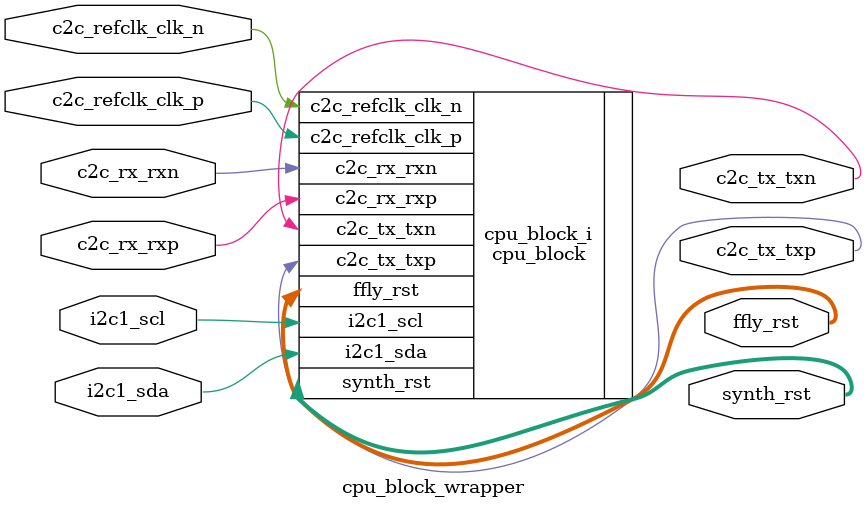
<source format=v>
`timescale 1 ps / 1 ps

module cpu_block_wrapper
   (c2c_refclk_clk_n,
    c2c_refclk_clk_p,
    c2c_rx_rxn,
    c2c_rx_rxp,
    c2c_tx_txn,
    c2c_tx_txp,
    ffly_rst,
    i2c1_scl,
    i2c1_sda,
    synth_rst);
  input c2c_refclk_clk_n;
  input c2c_refclk_clk_p;
  input [0:0]c2c_rx_rxn;
  input [0:0]c2c_rx_rxp;
  output [0:0]c2c_tx_txn;
  output [0:0]c2c_tx_txp;
  output [1:0]ffly_rst;
  inout [0:0]i2c1_scl;
  inout [0:0]i2c1_sda;
  output [3:0]synth_rst;

  wire c2c_refclk_clk_n;
  wire c2c_refclk_clk_p;
  wire [0:0]c2c_rx_rxn;
  wire [0:0]c2c_rx_rxp;
  wire [0:0]c2c_tx_txn;
  wire [0:0]c2c_tx_txp;
  wire [1:0]ffly_rst;
  wire [0:0]i2c1_scl;
  wire [0:0]i2c1_sda;
  wire [3:0]synth_rst;

  cpu_block cpu_block_i
       (.c2c_refclk_clk_n(c2c_refclk_clk_n),
        .c2c_refclk_clk_p(c2c_refclk_clk_p),
        .c2c_rx_rxn(c2c_rx_rxn),
        .c2c_rx_rxp(c2c_rx_rxp),
        .c2c_tx_txn(c2c_tx_txn),
        .c2c_tx_txp(c2c_tx_txp),
        .ffly_rst(ffly_rst),
        .i2c1_scl(i2c1_scl),
        .i2c1_sda(i2c1_sda),
        .synth_rst(synth_rst));
endmodule

</source>
